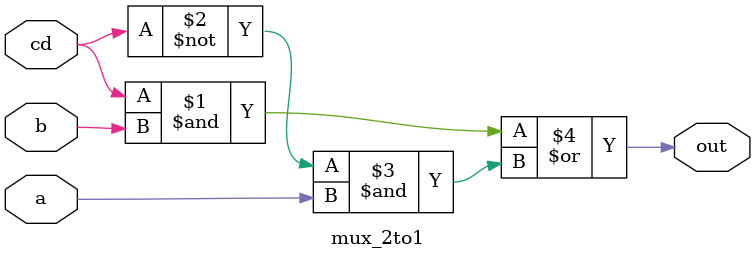
<source format=sv>
module top_module (
	input c,
	input d,
	output [3:0] mux_in
);

wire [3:0] w;
wire a;
wire b;
wire ab;
wire cd;

assign w[0] = ~c & ~d;
assign w[1] = c & ~d;
assign w[2] = c & d;
assign w[3] = c & ~d;

assign a = ab[1];
assign b = ab[0];
assign cd = c & d;

assign mux_in[0] = w[0];
assign mux_in[1] = w[1];
assign mux_in[2] = w[2];
assign mux_in[3] = w[3];

mux_4to1 mux (
	.a(ab),
	.cd(cd),
	.out(mux_in)
);

endmodule
module mux_4to1 (
    input [1:0] a,
    input cd,
    output [3:0] out
);
    wire [3:0] w;

    mux_2to1 mux1 (
        .a(a[0]),
        .b(a[1]),
        .cd(cd),
        .out(w[0])
    );

    mux_2to1 mux2 (
        .a(w[0]),
        .b(w[1]),
        .cd(cd),
        .out(w[1])
    );

    mux_2to1 mux3 (
        .a(w[2]),
        .b(w[3]),
        .cd(cd),
        .out(w[2])
    );

    assign out[0] = w[0];
    assign out[1] = w[1];
    assign out[2] = w[2];
    assign out[3] = w[3];
endmodule
module mux_2to1 (
    input a,
    input b,
    input cd,
    output out
);
    assign out = (cd & b) | (~cd & a);
endmodule

</source>
